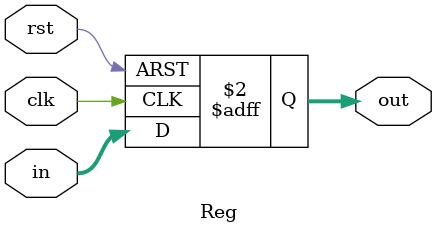
<source format=v>
`timescale 1ns/1ns
module Reg (clk, rst, in, out);
  input clk,rst;
  input [7:0] in;
  output reg [7:0] out;
  always@(posedge clk, posedge rst)begin
    if (rst) out <= 0;
    else out <= in;
  end
endmodule

</source>
